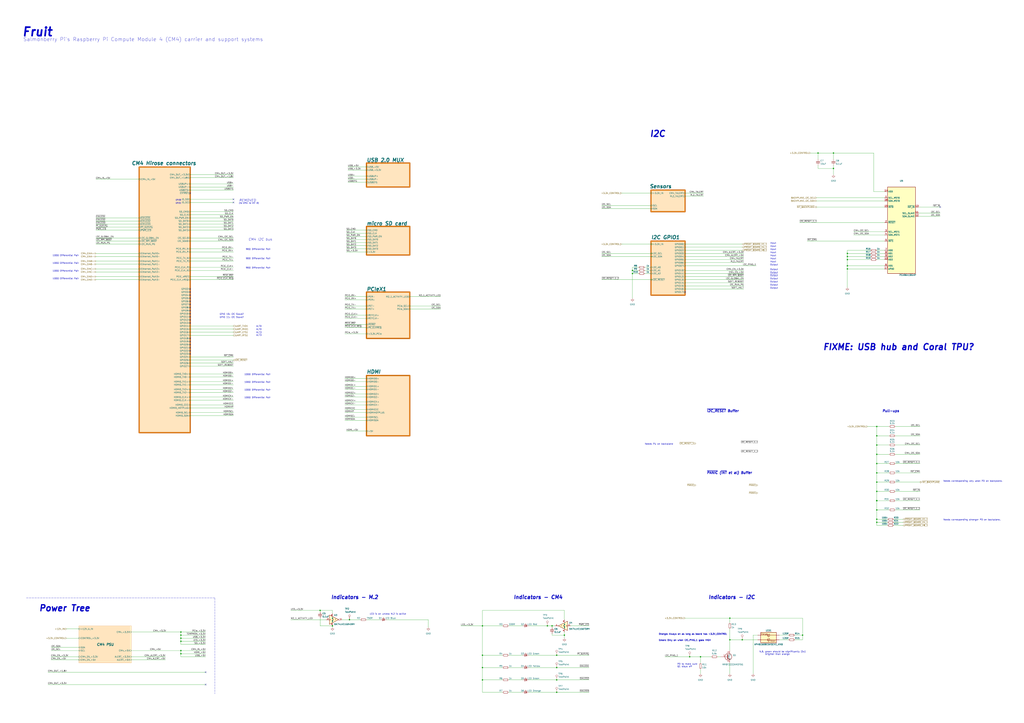
<source format=kicad_sch>
(kicad_sch (version 20211123) (generator eeschema)
  (paper "A1")
  (title_block (title "Raspberry Pi Compute Module 4") (date "2022-01-12") (rev "4") (company "Copyright © 2022 Christian Kuhtz") (comment 2 "CERN-OHL-W v2 or later"))
  (junction (at 148.59 537.21) (diameter 0.9144))
  (junction (at 684.53 125.73))
  (junction (at 463.55 521.97))
  (junction (at 396.24 548.64))
  (junction (at 566.42 539.75))
  (junction (at 575.31 539.75))
  (junction (at 148.59 519.43) (diameter 0.9144))
  (junction (at 453.39 514.35))
  (junction (at 396.24 558.8))
  (junction (at 148.59 534.67) (diameter 0.9144))
  (junction (at 720.09 381))
  (junction (at 287.02 509.27))
  (junction (at 457.2 548.64))
  (junction (at 720.09 396.24))
  (junction (at 720.09 358.14))
  (junction (at 695.96 213.36))
  (junction (at 695.96 208.28))
  (junction (at 720.09 419.1))
  (junction (at 695.96 218.44))
  (junction (at 599.44 525.78))
  (junction (at 720.09 411.4559))
  (junction (at 720.09 411.48))
  (junction (at 148.59 527.05))
  (junction (at 519.43 222.25))
  (junction (at 449.58 514.35))
  (junction (at 396.24 514.35))
  (junction (at 720.09 429.26))
  (junction (at 695.96 220.98))
  (junction (at 720.09 365.76))
  (junction (at 599.44 508))
  (junction (at 262.89 501.65))
  (junction (at 695.96 210.82))
  (junction (at 609.6 525.78))
  (junction (at 671.83 125.73))
  (junction (at 457.2 558.8))
  (junction (at 659.13 521.97))
  (junction (at 720.09 426.72))
  (junction (at 273.05 514.35))
  (junction (at 519.43 224.79))
  (junction (at 720.09 350.52))
  (junction (at 457.2 568.96))
  (junction (at 720.09 403.86))
  (junction (at 720.09 388.62))
  (junction (at 148.59 524.51) (diameter 0.9144))
  (junction (at 148.59 521.97) (diameter 0.9144))
  (junction (at 720.09 373.38))
  (junction (at 684.53 138.43))
  (junction (at 457.2 538.48))
  (junction (at 396.24 538.48))
  (no_connect (at 772.16 170.18))
  (no_connect (at 562.61 240.03))
  (no_connect (at 156.21 240.03))
  (no_connect (at 156.21 237.49))
  (no_connect (at 156.21 288.29))
  (no_connect (at 156.21 285.75))
  (no_connect (at 156.21 247.65))
  (no_connect (at 168.91 562.61))
  (no_connect (at 156.21 260.35))
  (no_connect (at 156.21 252.73))
  (no_connect (at 156.21 245.11))
  (no_connect (at 156.21 242.57))
  (no_connect (at 156.21 290.83))
  (no_connect (at 156.21 278.13))
  (no_connect (at 156.21 265.43))
  (no_connect (at 156.21 262.89))
  (no_connect (at 191.77 166.37))
  (no_connect (at 191.77 163.83))
  (no_connect (at 156.21 158.75))
  (no_connect (at 156.21 250.19))
  (no_connect (at 156.21 280.67))
  (no_connect (at 156.21 257.81))
  (no_connect (at 156.21 283.21))
  (no_connect (at 156.21 255.27))
  (no_connect (at 168.91 552.45))
  (wire (pts (xy 735.33 358.14) (xy 755.65 358.14)))
  (wire (pts (xy 148.59 521.97) (xy 148.59 524.51)))
  (wire (pts (xy 238.76 509.27) (xy 267.97 509.27)))
  (wire (pts (xy 730.25 350.52) (xy 720.09 350.52)))
  (wire (pts (xy 156.21 309.88) (xy 191.77 309.88)))
  (wire (pts (xy 156.21 335.28) (xy 191.77 335.28)))
  (wire (pts (xy 284.48 191.77) (xy 300.99 191.77)))
  (wire (pts (xy 287.02 509.27) (xy 295.91 509.27)))
  (wire (pts (xy 148.59 537.21) (xy 168.91 537.21)))
  (wire (pts (xy 599.44 508) (xy 562.61 508)))
  (wire (pts (xy 412.75 538.48) (xy 396.24 538.48)))
  (wire (pts (xy 41.91 532.13) (xy 64.77 532.13)))
  (wire (pts (xy 429.26 568.96) (xy 417.83 568.96)))
  (wire (pts (xy 434.34 568.96) (xy 457.2 568.96)))
  (wire (pts (xy 262.89 501.65) (xy 273.05 501.65)))
  (wire (pts (xy 262.89 514.35) (xy 273.05 514.35)))
  (wire (pts (xy 300.99 354.33) (xy 284.48 354.33)))
  (wire (pts (xy 715.01 208.28) (xy 695.96 208.28)))
  (wire (pts (xy 610.87 222.25) (xy 562.61 222.25)))
  (wire (pts (xy 659.13 521.97) (xy 659.13 508)))
  (wire (pts (xy 720.09 396.24) (xy 720.09 403.86)))
  (wire (pts (xy 156.21 316.23) (xy 191.77 316.23)))
  (wire (pts (xy 610.87 213.36) (xy 562.61 213.36)))
  (wire (pts (xy 735.33 388.62) (xy 755.65 388.62)))
  (wire (pts (xy 78.74 189.23) (xy 114.3 189.23)))
  (wire (pts (xy 726.44 210.82) (xy 720.09 210.82)))
  (wire (pts (xy 168.91 539.75) (xy 148.59 539.75)))
  (wire (pts (xy 78.74 214.63) (xy 114.3 214.63)))
  (wire (pts (xy 618.49 521.97) (xy 618.49 553.72)))
  (wire (pts (xy 191.77 195.58) (xy 156.21 195.58)))
  (wire (pts (xy 300.99 259.08) (xy 283.21 259.08)))
  (wire (pts (xy 148.59 524.51) (xy 168.91 524.51)))
  (wire (pts (xy 695.96 205.74) (xy 695.96 208.28)))
  (wire (pts (xy 670.56 165.1) (xy 726.44 165.1)))
  (wire (pts (xy 684.53 138.43) (xy 671.83 138.43)))
  (wire (pts (xy 284.48 194.31) (xy 300.99 194.31)))
  (wire (pts (xy 695.96 210.82) (xy 695.96 213.36)))
  (wire (pts (xy 453.39 514.35) (xy 453.39 515.62)))
  (wire (pts (xy 670.56 170.18) (xy 726.44 170.18)))
  (wire (pts (xy 524.51 222.25) (xy 519.43 222.25)))
  (wire (pts (xy 41.91 539.75) (xy 64.77 539.75)))
  (wire (pts (xy 562.61 237.49) (xy 610.87 237.49)))
  (wire (pts (xy 107.95 539.75) (xy 135.89 539.75)))
  (wire (pts (xy 529.59 219.71) (xy 534.67 219.71)))
  (wire (pts (xy 148.59 534.67) (xy 148.59 537.21)))
  (wire (pts (xy 156.21 313.69) (xy 191.77 313.69)))
  (wire (pts (xy 494.03 171.45) (xy 534.67 171.45)))
  (wire (pts (xy 720.09 381) (xy 720.09 388.62)))
  (wire (pts (xy 262.89 501.65) (xy 262.89 502.92)))
  (wire (pts (xy 156.21 212.09) (xy 191.77 212.09)))
  (wire (pts (xy 300.99 326.39) (xy 283.21 326.39)))
  (wire (pts (xy 610.87 215.9) (xy 562.61 215.9)))
  (wire (pts (xy 519.43 222.25) (xy 519.43 224.79)))
  (wire (pts (xy 720.09 365.76) (xy 720.09 373.38)))
  (wire (pts (xy 317.5 509.27) (xy 351.79 509.27)))
  (wire (pts (xy 684.53 138.43) (xy 684.53 143.51)))
  (wire (pts (xy 107.95 519.43) (xy 148.59 519.43)))
  (wire (pts (xy 726.44 220.98) (xy 695.96 220.98)))
  (wire (pts (xy 717.55 125.73) (xy 684.53 125.73)))
  (wire (pts (xy 284.48 199.39) (xy 300.99 199.39)))
  (wire (pts (xy 735.33 411.48) (xy 755.65 411.48)))
  (wire (pts (xy 336.55 254) (xy 361.95 254)))
  (wire (pts (xy 546.1 539.75) (xy 566.42 539.75)))
  (wire (pts (xy 453.39 514.35) (xy 449.58 514.35)))
  (wire (pts (xy 300.99 509.27) (xy 312.42 509.27)))
  (wire (pts (xy 621.03 218.44) (xy 562.61 218.44)))
  (wire (pts (xy 148.59 534.67) (xy 168.91 534.67)))
  (wire (pts (xy 494.03 210.82) (xy 535.94 210.82)))
  (wire (pts (xy 284.48 189.23) (xy 300.99 189.23)))
  (wire (pts (xy 695.96 218.44) (xy 726.44 218.44)))
  (wire (pts (xy 741.68 431.8) (xy 734.06 431.8)))
  (wire (pts (xy 300.99 317.5) (xy 283.21 317.5)))
  (wire (pts (xy 300.99 274.32) (xy 283.21 274.32)))
  (wire (pts (xy 659.13 521.97) (xy 652.78 521.97)))
  (wire (pts (xy 156.21 153.67) (xy 191.77 153.67)))
  (wire (pts (xy 156.21 328.93) (xy 191.77 328.93)))
  (wire (pts (xy 300.99 313.69) (xy 283.21 313.69)))
  (wire (pts (xy 156.21 307.34) (xy 191.77 307.34)))
  (wire (pts (xy 728.98 429.26) (xy 720.09 429.26)))
  (wire (pts (xy 191.77 293.37) (xy 156.21 293.37)))
  (wire (pts (xy 457.2 548.64) (xy 483.87 548.64)))
  (wire (pts (xy 156.21 267.97) (xy 191.77 267.97)))
  (wire (pts (xy 412.75 514.35) (xy 396.24 514.35)))
  (wire (pts (xy 720.09 388.62) (xy 730.25 388.62)))
  (wire (pts (xy 64.77 516.89) (xy 54.61 516.89)))
  (wire (pts (xy 78.74 223.52) (xy 114.3 223.52)))
  (wire (pts (xy 577.85 158.75) (xy 562.61 158.75)))
  (wire (pts (xy 453.39 521.97) (xy 463.55 521.97)))
  (wire (pts (xy 457.2 568.96) (xy 483.87 568.96)))
  (wire (pts (xy 720.09 411.4559) (xy 720.09 411.48)))
  (wire (pts (xy 735.33 350.52) (xy 755.65 350.52)))
  (wire (pts (xy 728.98 431.8) (xy 720.09 431.8)))
  (wire (pts (xy 156.21 207.01) (xy 191.77 207.01)))
  (wire (pts (xy 396.24 558.8) (xy 396.24 568.96)))
  (wire (pts (xy 396.24 548.64) (xy 396.24 558.8)))
  (wire (pts (xy 730.25 373.38) (xy 720.09 373.38)))
  (wire (pts (xy 78.74 186.69) (xy 114.3 186.69)))
  (wire (pts (xy 483.87 514.35) (xy 468.63 514.35)))
  (wire (pts (xy 457.2 538.48) (xy 434.34 538.48)))
  (wire (pts (xy 562.61 234.95) (xy 610.87 234.95)))
  (wire (pts (xy 720.09 426.72) (xy 720.09 429.26)))
  (wire (pts (xy 285.75 137.16) (xy 300.99 137.16)))
  (wire (pts (xy 156.21 341.63) (xy 191.77 341.63)))
  (wire (pts (xy 519.43 224.79) (xy 519.43 245.11)))
  (wire (pts (xy 715.01 210.82) (xy 695.96 210.82)))
  (wire (pts (xy 107.95 542.29) (xy 135.89 542.29)))
  (wire (pts (xy 665.48 125.73) (xy 671.83 125.73)))
  (wire (pts (xy 728.98 426.72) (xy 720.09 426.72)))
  (wire (pts (xy 720.09 411.48) (xy 730.25 411.48)))
  (wire (pts (xy 284.48 207.01) (xy 300.99 207.01)))
  (wire (pts (xy 730.25 365.76) (xy 720.09 365.76)))
  (wire (pts (xy 191.77 295.91) (xy 156.21 295.91)))
  (wire (pts (xy 434.34 548.64) (xy 457.2 548.64)))
  (wire (pts (xy 670.56 162.56) (xy 726.44 162.56)))
  (wire (pts (xy 741.68 426.72) (xy 734.06 426.72)))
  (wire (pts (xy 695.96 218.44) (xy 695.96 220.98)))
  (wire (pts (xy 156.21 222.25) (xy 191.77 222.25)))
  (wire (pts (xy 712.47 350.52) (xy 720.09 350.52)))
  (wire (pts (xy 191.77 184.15) (xy 156.21 184.15)))
  (wire (pts (xy 562.61 200.66) (xy 609.6 200.66)))
  (wire (pts (xy 562.61 205.74) (xy 609.6 205.74)))
  (wire (pts (xy 78.74 229.87) (xy 114.3 229.87)))
  (wire (pts (xy 396.24 558.8) (xy 412.75 558.8)))
  (wire (pts (xy 78.74 195.58) (xy 114.3 195.58)))
  (wire (pts (xy 659.13 525.78) (xy 659.13 521.97)))
  (wire (pts (xy 285.75 144.78) (xy 300.99 144.78)))
  (wire (pts (xy 156.21 320.04) (xy 191.77 320.04)))
  (wire (pts (xy 735.33 396.24) (xy 755.65 396.24)))
  (wire (pts (xy 575.31 549.91) (xy 575.31 553.72)))
  (wire (pts (xy 720.09 373.38) (xy 720.09 381)))
  (wire (pts (xy 191.77 189.23) (xy 156.21 189.23)))
  (wire (pts (xy 156.21 300.99) (xy 191.77 300.99)))
  (wire (pts (xy 717.55 157.48) (xy 717.55 125.73)))
  (wire (pts (xy 524.51 224.79) (xy 519.43 224.79)))
  (wire (pts (xy 148.59 521.97) (xy 148.59 519.43)))
  (wire (pts (xy 652.78 525.78) (xy 659.13 525.78)))
  (wire (pts (xy 78.74 181.61) (xy 114.3 181.61)))
  (wire (pts (xy 463.55 524.51) (xy 463.55 521.97)))
  (wire (pts (xy 191.77 273.05) (xy 156.21 273.05)))
  (wire (pts (xy 741.68 429.26) (xy 734.06 429.26)))
  (wire (pts (xy 417.83 558.8) (xy 429.26 558.8)))
  (wire (pts (xy 78.74 208.28) (xy 114.3 208.28)))
  (wire (pts (xy 494.03 208.28) (xy 535.94 208.28)))
  (wire (pts (xy 156.21 156.21) (xy 191.77 156.21)))
  (wire (pts (xy 457.2 558.8) (xy 483.87 558.8)))
  (wire (pts (xy 599.44 508) (xy 599.44 511.81)))
  (wire (pts (xy 599.44 525.78) (xy 609.6 525.78)))
  (polyline (pts (xy 21.59 491.49) (xy 176.53 491.49)) (stroke (width 0) (type dash)))
  (wire (pts (xy 78.74 210.82) (xy 114.3 210.82)))
  (wire (pts (xy 735.33 403.86) (xy 755.65 403.86)))
  (wire (pts (xy 78.74 220.98) (xy 114.3 220.98)))
  (wire (pts (xy 273.05 514.35) (xy 273.05 515.62)))
  (wire (pts (xy 78.74 179.07) (xy 114.3 179.07)))
  (wire (pts (xy 156.21 326.39) (xy 191.77 326.39)))
  (wire (pts (xy 285.75 139.7) (xy 300.99 139.7)))
  (wire (pts (xy 610.87 208.28) (xy 562.61 208.28)))
  (wire (pts (xy 455.93 514.35) (xy 453.39 514.35)))
  (wire (pts (xy 148.59 524.51) (xy 148.59 527.05)))
  (wire (pts (xy 148.59 527.05) (xy 168.91 527.05)))
  (wire (pts (xy 107.95 534.67) (xy 148.59 534.67)))
  (wire (pts (xy 720.09 350.52) (xy 720.09 358.14)))
  (wire (pts (xy 156.21 151.13) (xy 191.77 151.13)))
  (wire (pts (xy 671.83 138.43) (xy 671.83 135.89)))
  (wire (pts (xy 78.74 198.12) (xy 114.3 198.12)))
  (wire (pts (xy 262.89 508) (xy 262.89 514.35)))
  (wire (pts (xy 148.59 539.75) (xy 148.59 537.21)))
  (wire (pts (xy 300.99 246.38) (xy 283.21 246.38)))
  (wire (pts (xy 273.05 504.19) (xy 273.05 501.65)))
  (wire (pts (xy 720.09 388.62) (xy 720.09 396.24)))
  (wire (pts (xy 300.99 251.46) (xy 283.21 251.46)))
  (wire (pts (xy 300.99 336.55) (xy 283.21 336.55)))
  (wire (pts (xy 720.09 419.1) (xy 720.09 426.72)))
  (wire (pts (xy 610.87 224.79) (xy 562.61 224.79)))
  (wire (pts (xy 156.21 298.45) (xy 191.77 298.45)))
  (wire (pts (xy 156.21 219.71) (xy 191.77 219.71)))
  (wire (pts (xy 300.99 345.44) (xy 283.21 345.44)))
  (wire (pts (xy 156.21 229.87) (xy 191.77 229.87)))
  (wire (pts (xy 717.55 157.48) (xy 726.44 157.48)))
  (wire (pts (xy 156.21 227.33) (xy 191.77 227.33)))
  (wire (pts (xy 735.33 419.1) (xy 755.65 419.1)))
  (wire (pts (xy 300.99 261.62) (xy 283.21 261.62)))
  (wire (pts (xy 191.77 163.83) (xy 156.21 163.83)))
  (polyline (pts (xy 176.53 491.49) (xy 176.53 570.23)) (stroke (width 0) (type dash)))
  (wire (pts (xy 720.09 358.14) (xy 720.09 365.76)))
  (wire (pts (xy 396.24 514.35) (xy 396.24 538.48)))
  (wire (pts (xy 300.99 320.04) (xy 283.21 320.04)))
  (wire (pts (xy 429.26 514.35) (xy 417.83 514.35)))
  (wire (pts (xy 284.48 196.85) (xy 300.99 196.85)))
  (wire (pts (xy 599.44 525.78) (xy 599.44 534.67)))
  (wire (pts (xy 351.79 509.27) (xy 351.79 515.62)))
  (wire (pts (xy 589.28 539.75) (xy 591.82 539.75)))
  (wire (pts (xy 720.09 403.86) (xy 730.25 403.86)))
  (wire (pts (xy 656.59 182.88) (xy 726.44 182.88)))
  (wire (pts (xy 78.74 217.17) (xy 114.3 217.17)))
  (wire (pts (xy 575.31 539.75) (xy 584.2 539.75)))
  (wire (pts (xy 156.21 322.58) (xy 191.77 322.58)))
  (wire (pts (xy 562.61 232.41) (xy 610.87 232.41)))
  (wire (pts (xy 494.03 168.91) (xy 534.67 168.91)))
  (wire (pts (xy 599.44 508) (xy 659.13 508)))
  (wire (pts (xy 730.25 358.14) (xy 720.09 358.14)))
  (wire (pts (xy 754.38 170.18) (xy 772.16 170.18)))
  (wire (pts (xy 754.38 175.26) (xy 772.16 175.26)))
  (wire (pts (xy 300.99 266.7) (xy 283.21 266.7)))
  (wire (pts (xy 640.08 521.97) (xy 647.7 521.97)))
  (wire (pts (xy 191.77 275.59) (xy 156.21 275.59)))
  (wire (pts (xy 191.77 173.99) (xy 156.21 173.99)))
  (wire (pts (xy 300.99 330.2) (xy 283.21 330.2)))
  (wire (pts (xy 566.42 539.75) (xy 575.31 539.75)))
  (wire (pts (xy 726.44 213.36) (xy 720.09 213.36)))
  (wire (pts (xy 622.3 521.97) (xy 618.49 521.97)))
  (wire (pts (xy 720.09 429.26) (xy 720.09 431.8)))
  (wire (pts (xy 41.91 534.67) (xy 64.77 534.67)))
  (wire (pts (xy 39.37 552.45) (xy 168.91 552.45)))
  (wire (pts (xy 575.31 539.75) (xy 575.31 544.83)))
  (wire (pts (xy 156.21 270.51) (xy 191.77 270.51)))
  (wire (pts (xy 701.04 193.04) (xy 726.44 193.04)))
  (wire (pts (xy 280.67 509.27) (xy 287.02 509.27)))
  (wire (pts (xy 562.61 203.2) (xy 609.6 203.2)))
  (wire (pts (xy 64.77 524.51) (xy 54.61 524.51)))
  (wire (pts (xy 720.09 403.86) (xy 720.09 411.4559)))
  (wire (pts (xy 284.48 201.93) (xy 300.99 201.93)))
  (wire (pts (xy 735.33 381) (xy 755.65 381)))
  (wire (pts (xy 463.55 501.65) (xy 463.55 509.27)))
  (wire (pts (xy 715.01 213.36) (xy 695.96 213.36)))
  (wire (pts (xy 168.91 521.97) (xy 148.59 521.97)))
  (wire (pts (xy 284.48 204.47) (xy 300.99 204.47)))
  (wire (pts (xy 378.46 514.35) (xy 396.24 514.35)))
  (wire (pts (xy 671.83 125.73) (xy 671.83 130.81)))
  (wire (pts (xy 463.55 521.97) (xy 463.55 519.43)))
  (wire (pts (xy 396.24 514.35) (xy 396.24 501.65)))
  (wire (pts (xy 156.21 339.09) (xy 191.77 339.09)))
  (wire (pts (xy 610.87 210.82) (xy 562.61 210.82)))
  (wire (pts (xy 300.99 323.85) (xy 283.21 323.85)))
  (wire (pts (xy 156.21 332.74) (xy 191.77 332.74)))
  (wire (pts (xy 671.83 125.73) (xy 684.53 125.73)))
  (wire (pts (xy 562.61 229.87) (xy 610.87 229.87)))
  (wire (pts (xy 754.38 177.8) (xy 772.16 177.8)))
  (wire (pts (xy 562.61 227.33) (xy 610.87 227.33)))
  (wire (pts (xy 720.09 419.1) (xy 730.25 419.1)))
  (wire (pts (xy 396.24 538.48) (xy 396.24 548.64)))
  (wire (pts (xy 599.44 544.83) (xy 599.44 553.72)))
  (wire (pts (xy 609.6 525.78) (xy 622.3 525.78)))
  (wire (pts (xy 41.91 542.29) (xy 64.77 542.29)))
  (wire (pts (xy 684.53 138.43) (xy 684.53 135.89)))
  (wire (pts (xy 453.39 520.7) (xy 453.39 521.97)))
  (wire (pts (xy 577.85 161.29) (xy 562.61 161.29)))
  (wire (pts (xy 191.77 186.69) (xy 156.21 186.69)))
  (wire (pts (xy 285.75 147.32) (xy 300.99 147.32)))
  (wire (pts (xy 701.04 190.5) (xy 726.44 190.5)))
  (wire (pts (xy 412.75 568.96) (xy 396.24 568.96)))
  (wire (pts (xy 510.54 200.66) (xy 535.94 200.66)))
  (wire (pts (xy 285.75 149.86) (xy 300.99 149.86)))
  (wire (pts (xy 434.34 558.8) (xy 457.2 558.8)))
  (wire (pts (xy 336.55 251.46) (xy 361.95 251.46)))
  (wire (pts (xy 156.21 146.05) (xy 191.77 146.05)))
  (wire (pts (xy 300.99 243.84) (xy 283.21 243.84)))
  (wire (pts (xy 524.51 219.71) (xy 519.43 219.71)))
  (wire (pts (xy 529.59 224.79) (xy 534.67 224.79)))
  (wire (pts (xy 429.26 538.48) (xy 417.83 538.48)))
  (wire (pts (xy 78.74 200.66) (xy 114.3 200.66)))
  (wire (pts (xy 529.59 222.25) (xy 534.67 222.25)))
  (wire (pts (xy 640.08 525.78) (xy 647.7 525.78)))
  (wire (pts (xy 300.99 311.15) (xy 283.21 311.15)))
  (wire (pts (xy 191.77 179.07) (xy 156.21 179.07)))
  (wire (pts (xy 114.3 147.32) (xy 78.74 147.32)))
  (wire (pts (xy 429.26 548.64) (xy 417.83 548.64)))
  (wire (pts (xy 695.96 220.98) (xy 695.96 236.22)))
  (wire (pts (xy 148.59 519.43) (xy 168.91 519.43)))
  (wire (pts (xy 191.77 181.61) (xy 156.21 181.61)))
  (wire (pts (xy 39.37 562.61) (xy 168.91 562.61)))
  (wire (pts (xy 300.99 269.24) (xy 283.21 269.24)))
  (wire (pts (xy 336.55 243.84) (xy 361.95 243.84)))
  (wire (pts (xy 494.03 229.87) (xy 535.94 229.87)))
  (wire (pts (xy 300.99 342.9) (xy 283.21 342.9)))
  (wire (pts (xy 720.09 396.24) (xy 730.25 396.24)))
  (wire (pts (xy 434.34 514.35) (xy 449.58 514.35)))
  (wire (pts (xy 156.21 143.51) (xy 191.77 143.51)))
  (wire (pts (xy 300.99 339.09) (xy 283.21 339.09)))
  (wire (pts (xy 735.33 365.76) (xy 755.65 365.76)))
  (wire (pts (xy 519.43 219.71) (xy 519.43 222.25)))
  (wire (pts (xy 191.77 176.53) (xy 156.21 176.53)))
  (wire (pts (xy 300.99 332.74) (xy 283.21 332.74)))
  (wire (pts (xy 78.74 227.33) (xy 114.3 227.33)))
  (wire (pts (xy 510.54 158.75) (xy 534.67 158.75)))
  (wire (pts (xy 156.21 204.47) (xy 191.77 204.47)))
  (wire (pts (xy 684.53 130.81) (xy 684.53 125.73)))
  (wire (pts (xy 695.96 208.28) (xy 695.96 210.82)))
  (wire (pts (xy 715.01 205.74) (xy 695.96 205.74)))
  (wire (pts (xy 662.94 198.12) (xy 726.44 198.12)))
  (wire (pts (xy 191.77 198.12) (xy 156.21 198.12)))
  (wire (pts (xy 735.33 373.38) (xy 755.65 373.38)))
  (wire (pts (xy 720.09 381) (xy 730.25 381)))
  (wire (pts (xy 726.44 205.74) (xy 720.09 205.74)))
  (wire (pts (xy 156.21 214.63) (xy 191.77 214.63)))
  (wire (pts (xy 726.44 208.28) (xy 720.09 208.28)))
  (wire (pts (xy 720.09 411.48) (xy 720.09 419.1)))
  (wire (pts (xy 599.44 516.89) (xy 599.44 525.78)))
  (wire (pts (xy 483.87 538.48) (xy 457.2 538.48)))
  (wire (pts (xy 148.59 529.59) (xy 148.59 527.05)))
  (wire (pts (xy 168.91 529.59) (xy 148.59 529.59)))
  (wire (pts (xy 695.96 213.36) (xy 695.96 218.44)))
  (wire (pts (xy 78.74 184.15) (xy 114.3 184.15)))
  (wire (pts (xy 300.99 254) (xy 283.21 254)))
  (wire (pts (xy 396.24 501.65) (xy 463.55 501.65)))
  (wire (pts (xy 238.76 501.65) (xy 262.89 501.65)))
  (wire (pts (xy 191.77 166.37) (xy 156.21 166.37)))
  (wire (pts (xy 412.75 548.64) (xy 396.24 548.64)))
  (text "I2C" (at 533.4 113.03 0) (effects (font (size 5 5) (thickness 1) bold italic) (justify left bottom)))
  (text "Output" (at 632.46 224.79 0) (effects (font (size 1.27 1.27)) (justify left bottom)))
  (text "100Ω Differential Pair" (at 64.77 210.82 180) (effects (font (size 1.27 1.27)) (justify right bottom)))
  (text "~{Output}" (at 632.46 227.33 0) (effects (font (size 1.27 1.27)) (justify left bottom)))
  (text "Orange: Always on as long as board has +3.3V_CONTROL" (at 541.02 521.97 0) (effects (font (size 1.27 1.27) (thickness 0.254) bold) (justify left bottom)))
  (text "90Ω Differential Pair" (at 222.25 220.98 180) (effects (font (size 1.27 1.27)) (justify right bottom)))
  (text "(no GPIO, no HAT ID)" (at 212.598 167.64 180) (effects (font (size 1 1) italic) (justify right bottom)))
  (text "Indicators - I2C" (at 581.66 492.76 0) (effects (font (size 3 3) (thickness 0.6) bold italic) (justify left bottom)))
  (text "ALT0" (at 214.884 271.526 180) (effects (font (size 1.27 1.27)) (justify right bottom)))
  (text "100Ω Differential Pair" (at 64.77 217.17 180) (effects (font (size 1.27 1.27)) (justify right bottom)))
  (text "Input" (at 632.46 208.28 0) (effects (font (size 1.27 1.27)) (justify left bottom)))
  (text "Input" (at 632.46 213.36 0) (effects (font (size 1.27 1.27)) (justify left bottom)))
  (text "Input" (at 632.46 210.82 0) (effects (font (size 1.27 1.27)) (justify left bottom)))
  (text "100Ω Differential Pair" (at 222.25 327.66 180) (effects (font (size 1.27 1.27)) (justify right bottom)))
  (text "GPIO 10: I2C Slave?" (at 180.34 259.08 0) (effects (font (size 1.27 1.27)) (justify left bottom)))
  (text "REMOVED" (at 210.312 165.989 180) (effects (font (size 2 2) italic) (justify right bottom)))
  (text "Needs PU on backplane" (at 529.59 365.76 0) (effects (font (size 1.27 1.27)) (justify left bottom)))
  (text "90Ω Differential Pair" (at 222.25 213.36 180) (effects (font (size 1.27 1.27)) (justify right bottom)))
  (text "Input" (at 632.46 215.9 0) (effects (font (size 1.27 1.27)) (justify left bottom)))
  (text "~{PANIC} (~{INT} et al) Buffer" (at 580.39 389.89 0) (effects (font (size 2 2) (thickness 0.4) bold italic) (justify left bottom)))
  (text "100Ω Differential Pair" (at 222.25 308.61 180) (effects (font (size 1.27 1.27)) (justify right bottom)))
  (text "ALT3" (at 214.884 274.066 180) (effects (font (size 1.27 1.27)) (justify right bottom)))
  (text "Output" (at 632.46 237.49 0) (effects (font (size 1.27 1.27)) (justify left bottom)))
  (text "~{I2C_RESET} Buffer" (at 580.39 339.09 0) (effects (font (size 2 2) (thickness 0.4) bold italic) (justify left bottom)))
  (text "Output" (at 632.46 222.25 0) (effects (font (size 1.27 1.27)) (justify left bottom)))
  (text "PD to make sure\nQ1 stays off" (at 556.26 548.64 0) (effects (font (size 1.27 1.27)) (justify left bottom)))
  (text "Input" (at 632.46 205.74 0) (effects (font (size 1.27 1.27)) (justify left bottom)))
  (text "Input" (at 632.46 200.66 0) (effects (font (size 1.27 1.27)) (justify left bottom)))
  (text "Pull-ups" (at 724.535 339.09 0) (effects (font (size 2 2) (thickness 0.4) bold italic) (justify left bottom)))
  (text "N.B. green should be significantly (5x)\n     brighter than orange" (at 623.57 538.48 0) (effects (font (size 1.27 1.27)) (justify left bottom)))
  (text "Indicators - CM4" (at 421.64 492.76 0) (effects (font (size 3 3) (thickness 0.6) bold italic) (justify left bottom)))
  (text "Salmonberry Pi's Raspberry Pi Compute Module 4 (CM4) carrier and support systems" (at 19.05 34.29 0) (effects (font (size 3 3)) (justify left bottom)))
  (text "FIXME: USB hub and Coral TPU?" (at 675.64 288.29 0) (effects (font (size 5 5) (thickness 1) bold italic) (justify left bottom)))
  (text "Input" (at 632.46 203.2 0) (effects (font (size 1.27 1.27)) (justify left bottom)))
  (text "Needs corresponding very weak PD on backplane." (at 774.7 396.24 0) (effects (font (size 1.27 1.27)) (justify left bottom)))
  (text "Green: Only on when I2C_PING_1 goes HIGH" (at 541.02 527.05 0) (effects (font (size 1.27 1.27) (thickness 0.254) bold) (justify left bottom)))
  (text "ALT3" (at 214.884 276.352 180) (effects (font (size 1.27 1.27)) (justify right bottom)))
  (text "Output" (at 632.46 234.95 0) (effects (font (size 1.27 1.27)) (justify left bottom)))
  (text "100Ω Differential Pair" (at 222.25 314.96 180) (effects (font (size 1.27 1.27)) (justify right bottom)))
  (text "GPIO 11: I2C Slave?" (at 180.34 261.62 0) (effects (font (size 1.27 1.27)) (justify left bottom)))
  (text "Output" (at 632.46 232.41 0) (effects (font (size 1.27 1.27)) (justify left bottom)))
  (text "Needs corresponding stronger PD on backplane." (at 774.7 427.99 0) (effects (font (size 1.27 1.27)) (justify left bottom)))
  (text "Fruit" (at 17.78 30.48 0) (effects (font (size 7 7) (thickness 1.4) bold italic) (justify left bottom)))
  (text "Output" (at 632.46 218.44 0) (effects (font (size 1.27 1.27)) (justify left bottom)))
  (text "GPIO1" (at 148.844 167.64 180) (effects (font (size 1 1) italic) (justify right bottom)))
  (text "100Ω Differential Pair" (at 222.25 321.31 180) (effects (font (size 1.27 1.27)) (justify right bottom)))
  (text "90Ω Differential Pair" (at 222.25 205.74 180) (effects (font (size 1.27 1.27)) (justify right bottom)))
  (text "100Ω Differential Pair" (at 64.77 223.52 180) (effects (font (size 1.27 1.27)) (justify right bottom)))
  (text "Indicators - M.2" (at 271.78 492.76 0) (effects (font (size 3 3) (thickness 0.6) bold italic) (justify left bottom)))
  (text "Power Tree" (at 31.75 502.92 0) (effects (font (size 5 5) (thickness 1) bold italic) (justify left bottom)))
  (text "Output" (at 632.46 229.87 0) (effects (font (size 1.27 1.27)) (justify left bottom)))
  (text "GPIO0" (at 148.844 165.1 180) (effects (font (size 1 1) italic) (justify right bottom)))
  (text "CM4 I2C bus" (at 223.52 198.12 180) (effects (font (size 2 2) italic) (justify right bottom)))
  (text "100Ω Differential Pair" (at 64.77 229.87 180) (effects (font (size 1.27 1.27)) (justify right bottom)))
  (text "LED is on unless M.2 is active" (at 303.53 505.46 0) (effects (font (size 1.27 1.27)) (justify left bottom)))
  (text "ALT0" (at 214.884 268.986 180) (effects (font (size 1.27 1.27)) (justify right bottom)))
  (label "CM4_+5V" (at 123.19 534.67 0))
  (label "SD_DAT3" (at 191.77 189.23 180))
  (label "SOFT_HALT" (at 191.77 298.45 180))
  (label "~{EthLED2}" (at 78.74 181.61 0))
  (label "LED_+3.3V" (at 168.91 527.05 180))
  (label "~{I2C_RESET_1_1}" (at 656.59 182.88 0))
  (label "~{INT_IN}" (at 755.65 403.86 180))
  (label "HDMID2+" (at 283.21 323.85 0))
  (label "USB_+3.3V" (at 168.91 524.51 180))
  (label "SD_PWR_ON" (at 191.77 179.07 180))
  (label "PCIE_CLK-" (at 283.21 261.62 0))
  (label "M.2_TALERT" (at 577.85 161.29 180))
  (label "PCIE_TX+" (at 191.77 214.63 180))
  (label "HDMICEC" (at 191.77 332.74 180))
  (label "HDMID2-" (at 283.21 326.39 0))
  (label "SD_CMD" (at 191.77 173.99 180))
  (label "SD_+3.3V" (at 284.48 207.01 0))
  (label "CM4_IN_+5V" (at 168.91 534.67 180))
  (label "HDMISDA" (at 283.21 345.44 0))
  (label "I2C_SDA" (at 494.03 171.45 0))
  (label "HDMID2+" (at 191.77 320.04 180))
  (label "USBOTG" (at 285.75 149.86 0))
  (label "I2C_SCL" (at 772.16 175.26 180))
  (label "SD_+3.3V" (at 168.91 529.59 180))
  (label "I2C_PING_1" (at 546.1 539.75 0))
  (label "CM4_IN_+5V" (at 78.74 147.32 0))
  (label "PCIE_RX+" (at 283.21 246.38 0))
  (label "CM4_ALERT_+5V" (at 610.87 210.82 180))
  (label "PCIE_CLK+" (at 283.21 259.08 0))
  (label "CM4_ALERT_+5V" (at 135.89 542.29 180))
  (label "CM4_OUT_+1.8V" (at 191.77 146.05 180))
  (label "I2C_SDA" (at 41.91 532.13 0))
  (label "SD_CLK" (at 191.77 176.53 180))
  (label "SOFT_REBOOT" (at 191.77 300.99 180))
  (label "~{PCIE_RST}" (at 191.77 227.33 180))
  (label "HDMISCL" (at 191.77 339.09 180))
  (label "HDMISCL" (at 283.21 342.9 0))
  (label "SD_DAT1" (at 284.48 199.39 0))
  (label "CM4_I2C_SCL" (at 701.04 190.5 0))
  (label "PCIE_RX-" (at 191.77 204.47 180))
  (label "I2C_SDA" (at 361.95 254 180))
  (label "~{PCIE_CLK_REQ}" (at 283.21 269.24 0))
  (label "~{I2C_RESET_1_1}" (at 608.33 364.49 0))
  (label "SD_CLK" (at 284.48 191.77 0))
  (label "PCIE_TX-" (at 283.21 251.46 0))
  (label "I2C_SDA" (at 755.65 358.14 180))
  (label "CM4_TALERT" (at 577.85 158.75 180))
  (label "HDMID0+" (at 283.21 311.15 0))
  (label "SD_DAT0" (at 284.48 196.85 0))
  (label "~{INT_IN}" (at 772.16 170.18 180))
  (label "HDMI_+5V" (at 168.91 537.21 180))
  (label "~{EthLED3}" (at 483.87 568.96 180))
  (label "CM4_I2C_SDA" (at 701.04 193.04 0))
  (label "I2C_GLOBAL_EN" (at 610.87 229.87 180))
  (label "PCIE_RX-" (at 283.21 243.84 0))
  (label "HDMICK+" (at 191.77 326.39 180))
  (label "HDMID1+" (at 191.77 313.69 180))
  (label "I2C_GLOBAL_EN" (at 78.74 195.58 0))
  (label "LED_+3.3V" (at 238.76 501.65 0))
  (label "SOFT_HALT" (at 610.87 237.49 180))
  (label "PCIE_TX+" (at 283.21 254 0))
  (label "~{I2C_RESET_1_1}" (at 755.65 411.48 180))
  (label "CM4_I2C_SDA" (at 191.77 198.12 180))
  (label "M2_1_ACTIVITY_LED" (at 238.76 509.27 0))
  (label "CM4_ALERT_+3.3V" (at 610.87 208.28 180))
  (label "HDMICK+" (at 283.21 330.2 0))
  (label "SOFT_REBOOT" (at 610.87 232.41 180))
  (label "CM4_EN_+3.3V" (at 610.87 222.25 180))
  (label "HDMID0-" (at 283.21 313.69 0))
  (label "SD_CMD" (at 284.48 189.23 0))
  (label "USB+" (at 285.75 144.78 0))
  (label "I2C_SCL" (at 41.91 534.67 0))
  (label "I2C_PING_1" (at 621.03 218.44 180))
  (label "TEMPMON_+3.3V" (at 168.91 521.97 180))
  (label "I2C_RUN_PG" (at 78.74 200.66 0))
  (label "~{PWR_LED}" (at 483.87 514.35 180))
  (label "~{INT_CM4}" (at 191.77 293.37 180))
  (label "SD_DAT1" (at 191.77 184.15 180))
  (label "CM4_EN_+5V" (at 41.91 542.29 0))
  (label "I2C_RUN_PG" (at 610.87 234.95 180))
  (label "HDMIHP" (at 283.21 339.09 0))
  (label "~{PI_Activity}" (at 78.74 186.69 0))
  (label "~{EthLED3}" (at 78.74 184.15 0))
  (label "HDMIHP" (at 191.77 335.28 180))
  (label "CM4_I2C_SCL" (at 755.65 365.76 180))
  (label "~{PCIE_CLK_REQ}" (at 191.77 229.87 180))
  (label "M2_1_ACTIVITY_LED" (at 361.95 243.84 180))
  (label "I2C_SCL" (at 361.95 251.46 180))
  (label "USBOTG" (at 191.77 156.21 180))
  (label "CM4_OUT_+3.3V" (at 191.77 143.51 180))
  (label "~{I2C_RESET_1_2}" (at 608.33 372.11 0))
  (label "CM4_+3.3V" (at 125.73 519.43 0))
  (label "CM4_TALERT" (at 610.87 213.36 180))
  (label "CM4_I2C_SCL" (at 191.77 195.58 180))
  (label "SD_PWR_ON" (at 284.48 194.31 0))
  (label "HDMICK-" (at 283.21 332.74 0))
  (label "PCIE_CLK-" (at 191.77 222.25 180))
  (label "SD_DAT0" (at 191.77 181.61 180))
  (label "HDMID0-" (at 191.77 309.88 180))
  (label "CM4_I2C_SDA" (at 755.65 373.38 180))
  (label "SD_DAT2" (at 284.48 201.93 0))
  (label "HDMICEC" (at 283.21 336.55 0))
  (label "HDMID1-" (at 191.77 316.23 180))
  (label "HDMICK-" (at 191.77 328.93 180))
  (label "CM4_EN_+5V" (at 610.87 224.79 180))
  (label "M.2_TALERT" (at 610.87 215.9 180))
  (label "SD_DAT3" (at 284.48 204.47 0))
  (label "I2C_SDA" (at 772.16 177.8 180))
  (label "PCIE_RX+" (at 191.77 207.01 180))
  (label "~{I2C_RESET_1_2}" (at 494.03 229.87 0))
  (label "HDMID1+" (at 283.21 317.5 0))
  (label "PCIE_CLK+" (at 191.77 219.71 180))
  (label "~{I2C_RPI_BOOT}" (at 78.74 198.12 0))
  (label "~{PI_Activity}" (at 483.87 538.48 180))
  (label "~{I2C_RPI_BOOT}" (at 610.87 227.33 180))
  (label "USB-" (at 191.77 153.67 180))
  (label "~{I2C_RESET_1_2}" (at 755.65 419.1 180))
  (label "SD_DAT2" (at 191.77 186.69 180))
  (label "I2C_SCL" (at 494.03 168.91 0))
  (label "USB_+5V" (at 285.75 137.16 0))
  (label "HDMID2-" (at 191.77 322.58 180))
  (label "I2C_SCL" (at 755.65 350.52 180))
  (label "CM4_ALERT_+3.3V" (at 135.89 539.75 180))
  (label "I2C_SDA" (at 494.03 210.82 0))
  (label "HDMI_+5V" (at 284.48 354.33 0))
  (label "CM4_EN_+3.3V" (at 41.91 539.75 0))
  (label "PCIe_+3.3V" (at 283.21 274.32 0))
  (label "I2C_SCL" (at 494.03 208.28 0))
  (label "HDMID0+" (at 191.77 307.34 180))
  (label "~{INT_CM4}" (at 662.94 198.12 0))
  (label "~{EthLED1}" (at 78.74 179.07 0))
  (label "~{PWR_LED}" (at 78.74 189.23 0))
  (label "HDMID1-" (at 283.21 320.04 0))
  (label "~{EthLED1}" (at 483.87 548.64 180))
  (label "USB_+3.3V" (at 285.75 139.7 0))
  (label "USB-" (at 285.75 147.32 0))
  (label "CM4_OUT_+3.3V" (at 39.37 562.61 0))
  (label "USB_+5V" (at 168.91 539.75 180))
  (label "PCIe_+3.3V" (at 168.91 519.43 180))
  (label "~{INT_CM4}" (at 755.65 388.62 180))
  (label "LED_+3.3V" (at 378.46 514.35 0))
  (label "PCIE_TX-" (at 191.77 212.09 180))
  (label "~{EthLED2}" (at 483.87 558.8 180))
  (label "HDMISDA" (at 191.77 341.63 180))
  (label "~{I2C_RESET_1_1}" (at 755.65 381 180))
  (label "CM4_OUT_+1.8V" (at 39.37 552.45 0))
  (label "USB+" (at 191.77 151.13 180))
  (label "~{PCIE_RST}" (at 283.21 266.7 0))
  (hierarchical_label "~{PANIC}" (shape input) (at 622.3 398.78 180))
  (hierarchical_label "~{PRSNT_BOARD_X8_1}" (shape input) (at 609.6 205.74 0))
  (hierarchical_label "~{PRSNT_BOARD_X1_1}" (shape input) (at 741.68 426.72 0))
  (hierarchical_label "+3.3V_CONTROL" (shape input) (at 54.61 524.51 180))
  (hierarchical_label "UART_RTS1" (shape passive) (at 191.77 275.59 0))
  (hierarchical_label "~{PANIC}" (shape input) (at 622.3 405.13 180))
  (hierarchical_label "+3.3V_CONTROL" (shape input) (at 510.54 200.66 180))
  (hierarchical_label "+12V_IN" (shape input) (at 54.61 516.89 180))
  (hierarchical_label "UART_CTS1" (shape passive) (at 191.77 273.05 0))
  (hierarchical_label "UART_RXD1" (shape passive) (at 191.77 270.51 0))
  (hierarchical_label "~{INT_BACKPLANE}" (shape output) (at 755.65 396.24 0))
  (hierarchical_label "CM4_EthC-" (shape bidirectional) (at 78.74 223.52 180))
  (hierarchical_label "~{I2C_RESET_1}" (shape input) (at 571.5 364.49 180))
  (hierarchical_label "BACKPLANE_I2C_SCL" (shape input) (at 670.56 162.56 180))
  (hierarchical_label "+3.3V_CONTROL" (shape input) (at 510.54 158.75 180))
  (hierarchical_label "~{INT_BACKPLANE}" (shape output) (at 670.56 170.18 180))
  (hierarchical_label "CM4_EthD+" (shape bidirectional) (at 78.74 227.33 180))
  (hierarchical_label "BACKPLANE_I2C_SDA" (shape bidirectional) (at 670.56 165.1 180))
  (hierarchical_label "+3.3V_CONTROL" (shape input) (at 562.61 508 180))
  (hierarchical_label "~{I2C_RESET}" (shape input) (at 191.77 295.91 0))
  (hierarchical_label "+3.3V_CONTROL" (shape input) (at 712.47 350.52 180))
  (hierarchical_label "CM4_EthB-" (shape bidirectional) (at 78.74 217.17 180))
  (hierarchical_label "~{PANIC}" (shape input) (at 571.5 398.78 180))
  (hierarchical_label "~{PRSNT_BOARD_X4_1}" (shape input) (at 741.68 429.26 0))
  (hierarchical_label "~{PRSNT_BOARD_X1_1}" (shape input) (at 609.6 200.66 0))
  (hierarchical_label "~{PRSNT_BOARD_X4_1}" (shape input) (at 609.6 203.2 0))
  (hierarchical_label "~{PRSNT_BOARD_X8_1}" (shape input) (at 741.68 431.8 0))
  (hierarchical_label "+3.3V_CONTROL" (shape input) (at 665.48 125.73 180))
  (hierarchical_label "CM4_EthA-" (shape bidirectional) (at 78.74 210.82 180))
  (hierarchical_label "CM4_EthA+" (shape bidirectional) (at 78.74 208.28 180))
  (hierarchical_label "UART_TXD1" (shape passive) (at 191.77 267.97 0))
  (hierarchical_label "CM4_EthC+" (shape bidirectional) (at 78.74 220.98 180))
  (hierarchical_label "CM4_EthB+" (shape bidirectional) (at 78.74 214.63 180))
  (hierarchical_label "CM4_EthD-" (shape bidirectional) (at 78.74 229.87 180))
  (symbol (lib_id "Device:R_Small") (at 415.29 558.8 90) (unit 1)
    (property "Reference" "R6" (at 412.75 557.53 90) (effects (justify left)))
    (property "Value" "1k" (at 417.83 557.53 90) (effects (justify right)))
    (property "Footprint" "Resistor_SMD:R_0402_1005Metric" (effects hide))
  )
  (symbol (lib_id "Device:R_Small") (at 717.55 213.36 90) (unit 1)
    (property "Reference" "R19" (at 715.01 212.09 90) (effects (justify left)))
    (property "Value" "1k" (at 720.09 212.09 90) (effects (justify right)))
    (property "Footprint" "Resistor_SMD:R_0402_1005Metric" (effects hide))
  )
  (symbol (lib_id "LED_SMD_LiteOn:LED Orange") (at 431.8 568.96 0) (mirror y) (unit 1)
    (property "Reference" "D6" (at 430.53 567.69 0) (effects (justify left)))
    (property "Value" "LED Orange" (at 433.07 567.69 0) (effects (justify right)))
    (property "Footprint" "LED_SMD_LiteOn:LED_0603_1608Metric_orange" (effects hide))
    (property "Manufacturer" "Lite-On" (effects hide))
    (property "MPN" "LTST-C193KFKT-5A" (effects hide))
  )
  (symbol (lib_id "Buffer_SMD_TI:SN74LVC1G07DRY") (at 463.55 514.35 0) (mirror y) (unit 1)
    (property "Reference" "U4" (at 467.36 511.81 0) (effects (justify right)))
    (property "Value" "SN74LVC1G07DRY" (at 467.36 516.89 0) (effects (justify right)))
    (property "Footprint" "Buffer_SMD_TI:PSON50P145X100X60-6N-DRY0006A" (effects hide))
    (property "Manufacturer " "TI" (effects hide))
    (property "MPN" "SN74LVC1G07DRY" (effects hide))
  )
  (symbol (lib_id "LED_SMD_LiteOn:LED Blue") (at 314.96 509.27 0) (mirror y) (unit 1)
    (property "Reference" "D1" (at 313.69 508 0) (effects (justify left)))
    (property "Value" "LED Blue" (at 316.23 508 0) (effects (justify right)))
    (property "Footprint" "LED_SMD_LiteOn:LED_0603_1608Metric_blue" (effects hide))
    (property "Manufacturer" "Lite-On" (effects hide))
    (property "MPN" "LTST-C193TBKT-5A" (effects hide))
  )
  (symbol (lib_id "Device:R_Small") (at 527.05 224.79 90) (unit 1)
    (property "Reference" "R10" (at 521.97 223.52 90))
    (property "Value" "1k" (at 532.13 223.52 90))
    (property "Footprint" "Resistor_SMD:R_0402_1005Metric" (effects hide))
  )
  (symbol (lib_id "Device:R_Small") (at 415.29 538.48 270) (mirror x) (unit 1)
    (property "Reference" "R4" (at 412.75 537.21 90) (effects (justify right)))
    (property "Value" "1k" (at 417.83 537.21 90) (effects (justify left)))
    (property "Footprint" "Resistor_SMD:R_0402_1005Metric" (effects hide))
  )
  (symbol (lib_id "Connector:TestPoint") (at 457.2 558.8 0) (unit 1)
    (property "Reference" "TP6" (at 458.47 553.72 0) (effects (justify left)))
    (property "Value" "TestPoint" (at 458.47 556.26 0) (effects (justify left)))
    (property "Footprint" "TestPoint:TestPoint_Pad_D1.0mm" (effects hide))
  )
  (symbol (lib_id "Connector:TestPoint") (at 457.2 548.64 0) (unit 1)
    (property "Reference" "TP5" (at 458.47 543.56 0) (effects (justify left)))
    (property "Value" "TestPoint" (at 458.47 546.1 0) (effects (justify left)))
    (property "Footprint" "TestPoint:TestPoint_Pad_D1.0mm" (effects hide))
  )
  (symbol (lib_id "Device:R_Small") (at 732.79 358.14 270) (mirror x) (unit 1)
    (property "Reference" "R24" (at 732.79 353.695 90))
    (property "Value" "5.1k" (at 732.79 355.6 90))
    (property "Footprint" "Resistor_SMD:R_0402_1005Metric" (effects hide))
  )
  (symbol (lib_id "Device:R_Small") (at 731.52 431.8 90) (mirror x) (unit 1)
    (property "Reference" "R22" (at 734.06 430.53 90) (effects (justify right)))
    (property "Value" "100k" (at 728.98 430.53 90) (effects (justify left)))
    (property "Footprint" "Resistor_SMD:R_0402_1005Metric" (effects hide))
  )
  (symbol (lib_id "power:GND") (at 351.79 515.62 0) (unit 1)
    (property "Reference" "#PWR07" (effects hide))
    (property "Value" "GND" (at 351.79 520.7 0))
  )
  (symbol (lib_id "Device:C_Small") (at 671.83 133.35 0) (unit 1)
    (property "Reference" "C7" (at 673.735 132.08 0) (effects (justify left)))
    (property "Value" "10uF" (at 673.735 134.62 0) (effects (justify left)))
    (property "Footprint" "Capacitor_SMD:C_0402_1005Metric" (effects hide))
  )
  (symbol (lib_id "Interface_I2C_NXP:PCA9641BSHP") (at 693.42 157.48 0) (unit 1)
    (property "Reference" "U5" (at 740.41 148.59 0))
    (property "Value" "PCA9641BSHP" (at 745.49 226.06 0))
    (property "Footprint" "Interface_I2C_NXP:SOT758-1_HVQFN-16_3x3mm_P0.5mm_EP1.75x1.75mm_NXP" (effects hide))
    (property "Manufacturer" "Nexperia" (effects hide))
    (property "MPN" "PCA9641BSHP" (effects hide))
  )
  (symbol (lib_id "power:GND") (at 519.43 245.11 0) (unit 1)
    (property "Reference" "#PWR09" (effects hide))
    (property "Value" "GND" (at 519.43 250.19 0))
  )
  (symbol (lib_id "Device:R_Small") (at 732.79 373.38 270) (mirror x) (unit 1)
    (property "Reference" "R26" (at 732.79 368.935 90))
    (property "Value" "5.1k" (at 732.79 370.84 90))
    (property "Footprint" "Resistor_SMD:R_0402_1005Metric" (effects hide))
  )
  (symbol (lib_id "Device:R_Small") (at 650.24 525.78 90) (unit 1)
    (property "Reference" "R15" (at 652.78 524.51 90) (effects (justify right)))
    (property "Value" "120R" (at 647.7 524.51 90) (effects (justify left)))
    (property "Footprint" "Resistor_SMD:R_0402_1005Metric" (effects hide))
  )
  (symbol (lib_id "Device:R_Small") (at 717.55 205.74 90) (unit 1)
    (property "Reference" "R16" (at 715.01 204.47 90) (effects (justify left)))
    (property "Value" "1k" (at 720.09 204.47 90) (effects (justify right)))
    (property "Footprint" "Resistor_SMD:R_0402_1005Metric" (effects hide))
  )
  (symbol (lib_id "power:GND") (at 463.55 524.51 0) (unit 1)
    (property "Reference" "#PWR08" (effects hide))
    (property "Value" "GND" (at 463.55 529.59 0))
  )
  (symbol (lib_id "LED_SMD_LiteOn:LED Red") (at 431.8 514.35 0) (mirror y) (unit 1)
    (property "Reference" "D2" (at 430.53 513.08 0) (effects (justify left)))
    (property "Value" "LED Red" (at 433.07 513.08 0) (effects (justify right)))
    (property "Footprint" "LED_SMD_LiteOn:LED_0603_1608Metric_red" (effects hide))
    (property "Manufacturer" "Lite-On" (effects hide))
    (property "MPN" "LTST-C193KRKT-5A" (effects hide))
  )
  (symbol (lib_id "power:GND") (at 575.31 553.72 0) (unit 1)
    (property "Reference" "#PWR010" (effects hide))
    (property "Value" "GND" (at 575.31 558.8 0))
  )
  (symbol (lib_id "LED_SMD_Kingbright:APHB1608CGKSEKC_KNB") (at 640.08 525.78 180) (unit 1)
    (property "Reference" "LED1" (at 631.19 518.16 0))
    (property "Value" "APHB1608CGKSEKC_KNB" (at 631.19 529.59 0))
    (property "Footprint" "LED_SMD_Kingbright:APHB1608CGKSEKC" (effects hide))
    (property "Manufacturer" "Kingbright" (effects hide))
    (property "MPN" "APHB1608CGKSEKC_KNB" (effects hide))
  )
  (symbol (lib_id "Device:R_Small") (at 732.79 350.52 270) (mirror x) (unit 1)
    (property "Reference" "R23" (at 732.79 346.075 90))
    (property "Value" "5.1k" (at 732.79 347.98 90))
    (property "Footprint" "Resistor_SMD:R_0402_1005Metric" (effects hide))
  )
  (symbol (lib_id "Device:R_Small") (at 732.79 381 270) (unit 1)
    (property "Reference" "R27" (at 730.25 379.73 90) (effects (justify right)))
    (property "Value" "10k" (at 735.33 379.73 90) (effects (justify left)))
    (property "Footprint" "Resistor_SMD:R_0402_1005Metric" (effects hide))
  )
  (symbol (lib_id "Device:R_Small") (at 599.44 514.35 0) (unit 1)
    (property "Reference" "R13" (at 600.71 513.08 0) (effects (justify left)))
    (property "Value" "1k" (at 600.71 515.62 0) (effects (justify left)))
    (property "Footprint" "Resistor_SMD:R_0402_1005Metric" (effects hide))
  )
  (symbol (lib_id "power:GND") (at 695.96 236.22 0) (unit 1)
    (property "Reference" "#PWR014" (effects hide))
    (property "Value" "GND" (at 695.96 241.3 0))
  )
  (symbol (lib_id "Device:C_Small") (at 684.53 133.35 0) (unit 1)
    (property "Reference" "C8" (at 686.435 132.08 0) (effects (justify left)))
    (property "Value" "0.1uF" (at 686.435 134.62 0) (effects (justify left)))
    (property "Footprint" "Capacitor_SMD:C_0402_1005Metric" (effects hide))
  )
  (symbol (lib_id "Connector:TestPoint") (at 609.6 525.78 0) (unit 1)
    (property "Reference" "TP9" (at 605.79 516.89 0) (effects (justify left)))
    (property "Value" "TestPoint" (at 605.79 519.43 0) (effects (justify left)))
    (property "Footprint" "TestPoint:TestPoint_Pad_D1.0mm" (effects hide))
  )
  (symbol (lib_id "Device:R_Small") (at 732.79 411.48 270) (unit 1)
    (property "Reference" "R31" (at 730.25 410.21 90) (effects (justify right)))
    (property "Value" "10k" (at 735.33 410.21 90) (effects (justify left)))
    (property "Footprint" "Resistor_SMD:R_0402_1005Metric" (effects hide))
  )
  (symbol (lib_id "Device:R_Small") (at 527.05 219.71 90) (unit 1)
    (property "Reference" "R8" (at 521.97 218.44 90))
    (property "Value" "1k" (at 532.13 218.44 90))
    (property "Footprint" "Resistor_SMD:R_0402_1005Metric" (effects hide))
  )
  (symbol (lib_id "Device:R_Small") (at 586.74 539.75 90) (unit 1)
    (property "Reference" "R12" (at 586.74 534.67 90))
    (property "Value" "5.9k" (at 586.74 537.21 90))
    (property "Footprint" "Resistor_SMD:R_0402_1005Metric" (effects hide))
  )
  (symbol (lib_id "Connector:TestPoint") (at 566.42 539.75 0) (unit 1)
    (property "Reference" "TP8" (at 562.61 530.86 0) (effects (justify left)))
    (property "Value" "TestPoint" (at 562.61 533.4 0) (effects (justify left)))
    (property "Footprint" "TestPoint:TestPoint_Pad_D1.0mm" (effects hide))
  )
  (symbol (lib_id "Connector:TestPoint") (at 287.02 509.27 0) (unit 1)
    (property "Reference" "TP2" (at 283.21 500.38 0) (effects (justify left)))
    (property "Value" "TestPoint" (at 283.21 502.92 0) (effects (justify left)))
    (property "Footprint" "TestPoint:TestPoint_Pad_D1.0mm" (effects hide))
  )
  (symbol (lib_id "Device:R_Small") (at 732.79 388.62 270) (unit 1)
    (property "Reference" "R28" (at 730.25 387.35 90) (effects (justify right)))
    (property "Value" "10k" (at 735.33 387.35 90) (effects (justify left)))
    (property "Footprint" "Resistor_SMD:R_0402_1005Metric" (effects hide))
  )
  (symbol (lib_id "Device:R_Small") (at 298.45 509.27 270) (mirror x) (unit 1)
    (property "Reference" "R2" (at 295.91 508 90) (effects (justify right)))
    (property "Value" "750R" (at 300.99 508 90) (effects (justify left)))
    (property "Footprint" "Resistor_SMD:R_0402_1005Metric" (effects hide))
  )
  (symbol (lib_id "Device:R_Small") (at 717.55 210.82 90) (unit 1)
    (property "Reference" "R18" (at 715.01 209.55 90) (effects (justify left)))
    (property "Value" "1k" (at 720.09 209.55 90) (effects (justify right)))
    (property "Footprint" "Resistor_SMD:R_0402_1005Metric" (effects hide))
  )
  (symbol (lib_id "Device:C_Small") (at 453.39 518.16 0) (unit 1)
    (property "Reference" "C6" (at 455.295 516.89 0) (effects (justify left)))
    (property "Value" "0.1uF" (at 455.295 519.43 0) (effects (justify left)))
    (property "Footprint" "Capacitor_SMD:C_0402_1005Metric" (effects hide))
  )
  (symbol (lib_id "LED_SMD_LiteOn:LED Green") (at 431.8 558.8 0) (mirror y) (unit 1)
    (property "Reference" "D5" (at 430.53 557.53 0) (effects (justify left)))
    (property "Value" "LED Green" (at 433.07 557.53 0) (effects (justify right)))
    (property "Footprint" "LED_SMD_LiteOn:LED_0603_1608Metric_green" (effects hide))
    (property "Manufacturer" "Lite-On" (effects hide))
    (property "MPN" "LTST-C193KGKT-5A" (effects hide))
  )
  (symbol (lib_id "Connector:TestPoint") (at 449.58 514.35 0) (unit 1)
    (property "Reference" "TP3" (at 445.77 505.46 0) (effects (justify left)))
    (property "Value" "TestPoint" (at 445.77 508 0) (effects (justify left)))
    (property "Footprint" "TestPoint:TestPoint_Pad_D1.0mm" (effects hide))
  )
  (symbol (lib_id "Device:R_Small") (at 732.79 396.24 270) (unit 1)
    (property "Reference" "R29" (at 730.25 394.97 90) (effects (justify right)))
    (property "Value" "10k" (at 735.33 394.97 90) (effects (justify left)))
    (property "Footprint" "Resistor_SMD:R_0402_1005Metric" (effects hide))
  )
  (symbol (lib_id "power:GND") (at 684.53 143.51 0) (unit 1)
    (property "Reference" "#PWR013" (effects hide))
    (property "Value" "GND" (at 684.53 148.59 0))
  )
  (symbol (lib_id "power:GND") (at 599.44 553.72 0) (unit 1)
    (property "Reference" "#PWR011" (effects hide))
    (property "Value" "GND" (at 599.44 558.8 0))
  )
  (symbol (lib_id "Device:R_Small") (at 732.79 419.1 270) (unit 1)
    (property "Reference" "R32" (at 730.25 417.83 90) (effects (justify right)))
    (property "Value" "10k" (at 735.33 417.83 90) (effects (justify left)))
    (property "Footprint" "Resistor_SMD:R_0402_1005Metric" (effects hide))
  )
  (symbol (lib_id "Connector:TestPoint") (at 457.2 538.48 0) (unit 1)
    (property "Reference" "TP4" (at 458.47 533.4 0) (effects (justify left)))
    (property "Value" "TestPoint" (at 458.47 535.94 0) (effects (justify left)))
    (property "Footprint" "TestPoint:TestPoint_Pad_D1.0mm" (effects hide))
  )
  (symbol (lib_id "Device:R_Small") (at 415.29 568.96 90) (unit 1)
    (property "Reference" "R7" (at 412.75 567.69 90) (effects (justify left)))
    (property "Value" "1k" (at 417.83 567.69 90) (effects (justify right)))
    (property "Footprint" "Resistor_SMD:R_0402_1005Metric" (effects hide))
  )
  (symbol (lib_id "Device:R_Small") (at 731.52 426.72 90) (mirror x) (unit 1)
    (property "Reference" "R20" (at 734.06 425.45 90) (effects (justify right)))
    (property "Value" "100k" (at 728.98 425.45 90) (effects (justify left)))
    (property "Footprint" "Resistor_SMD:R_0402_1005Metric" (effects hide))
  )
  (symbol (lib_id "Device:R_Small") (at 732.79 365.76 270) (mirror x) (unit 1)
    (property "Reference" "R25" (at 732.79 361.315 90))
    (property "Value" "5.1k" (at 732.79 363.22 90))
    (property "Footprint" "Resistor_SMD:R_0402_1005Metric" (effects hide))
  )
  (symbol (lib_id "Connector:TestPoint") (at 457.2 568.96 0) (unit 1)
    (property "Reference" "TP7" (at 458.47 563.88 0) (effects (justify left)))
    (property "Value" "TestPoint" (at 458.47 566.42 0) (effects (justify left)))
    (property "Footprint" "TestPoint:TestPoint_Pad_D1.0mm" (effects hide))
  )
  (symbol (lib_id "Device:R_Small") (at 650.24 521.97 90) (unit 1)
    (property "Reference" "R14" (at 652.78 520.7 90) (effects (justify right)))
    (property "Value" "120R" (at 647.7 520.7 90) (effects (justify left)))
    (property "Footprint" "Resistor_SMD:R_0402_1005Metric" (effects hide))
  )
  (symbol (lib_id "Device:R_Small") (at 415.29 548.64 90) (unit 1)
    (property "Reference" "R5" (at 412.75 547.37 90) (effects (justify left)))
    (property "Value" "1k" (at 417.83 547.37 90) (effects (justify right)))
    (property "Footprint" "Resistor_SMD:R_0402_1005Metric" (effects hide))
  )
  (symbol (lib_id "Device:R_Small") (at 575.31 547.37 0) (unit 1)
    (property "Reference" "R11" (at 576.58 546.1 0) (effects (justify left)))
    (property "Value" "10k" (at 576.58 548.64 0) (effects (justify left)))
    (property "Footprint" "Resistor_SMD:R_0402_1005Metric" (effects hide))
  )
  (symbol (lib_id "Device:R_Small") (at 717.55 208.28 90) (unit 1)
    (property "Reference" "R17" (at 715.01 207.01 90) (effects (justify left)))
    (property "Value" "1k" (at 720.09 207.01 90) (effects (justify right)))
    (property "Footprint" "Resistor_SMD:R_0402_1005Metric" (effects hide))
  )
  (symbol (lib_id "Inverter_SMD_TI:SN74LVC1G04DRY") (at 273.05 509.27 0) (unit 1)
    (property "Reference" "U3" (at 274.32 505.46 0) (effects (justify left)))
    (property "Value" "SN74LVC1G04DRY" (at 274.32 513.08 0) (effects (justify left)))
    (property "Footprint" "Inverter_SMD_TI:PSON50P145X100X60-6N-DRY0006A" (effects hide))
    (property "Manufacturer " "TI" (effects hide))
    (property "MPN" "SN74LVC1G04DRY" (effects hide))
  )
  (symbol (lib_id "LED_SMD_LiteOn:LED Yellow") (at 431.8 548.64 0) (mirror y) (unit 1)
    (property "Reference" "D4" (at 430.53 547.37 0) (effects (justify left)))
    (property "Value" "LED Yellow" (at 433.07 547.37 0) (effects (justify right)))
    (property "Footprint" "LED_SMD_LiteOn:LED_0603_1608Metric_yellow" (effects hide))
    (property "Manufacturer" "Lite-On" (effects hide))
    (property "MPN" "LTST-C193KSKT-5A" (effects hide))
  )
  (symbol (lib_id "Device:C_Small") (at 262.89 505.46 0) (unit 1)
    (property "Reference" "C5" (at 264.795 504.19 0) (effects (justify left)))
    (property "Value" "0.1uF" (at 264.795 506.73 0) (effects (justify left)))
    (property "Footprint" "Capacitor_SMD:C_0402_1005Metric" (effects hide))
  )
  (symbol (lib_id "power:GND") (at 618.49 553.72 0) (unit 1)
    (property "Reference" "#PWR012" (effects hide))
    (property "Value" "GND" (at 618.49 558.8 0))
  )
  (symbol (lib_id "Transistor_SMD_onsemi:MMBT2222AM3T5G") (at 591.82 539.75 0) (unit 1)
    (property "Reference" "Q1" (at 601.98 538.4799 0) (effects (justify left)))
    (property "Value" "MMBT2222AM3T5G" (at 593.09 546.1 0) (effects (justify left)))
    (property "Footprint" "Transistor_SMD_onsemi:MMBT2222AM3T5G" (effects hide))
    (property "Manufacturer" "onsemi" (effects hide))
    (property "MPN" "MMBT2222AM3T5G" (effects hide))
  )
  (symbol (lib_id "LED_SMD_LiteOn:LED Green") (at 431.8 538.48 0) (mirror y) (unit 1)
    (property "Reference" "D3" (at 430.53 537.21 0) (effects (justify left)))
    (property "Value" "LED Green" (at 433.07 537.21 0) (effects (justify right)))
    (property "Footprint" "LED_SMD_LiteOn:LED_0603_1608Metric_green" (effects hide))
    (property "Manufacturer" "Lite-On" (effects hide))
    (property "MPN" "LTST-C193KGKT-5A" (effects hide))
  )
  (symbol (lib_id "Device:R_Small") (at 731.52 429.26 90) (mirror x) (unit 1)
    (property "Reference" "R21" (at 734.06 427.99 90) (effects (justify right)))
    (property "Value" "100k" (at 728.98 427.99 90) (effects (justify left)))
    (property "Footprint" "Resistor_SMD:R_0402_1005Metric" (effects hide))
  )
  (symbol (lib_id "power:GND") (at 273.05 515.62 0) (unit 1)
    (property "Reference" "#PWR06" (effects hide))
    (property "Value" "GND" (at 273.05 520.7 0))
  )
  (symbol (lib_id "Device:R_Small") (at 732.79 403.86 270) (unit 1)
    (property "Reference" "R30" (at 730.25 402.59 90) (effects (justify right)))
    (property "Value" "10k" (at 735.33 402.59 90) (effects (justify left)))
    (property "Footprint" "Resistor_SMD:R_0402_1005Metric" (effects hide))
  )
  (symbol (lib_id "Device:R_Small") (at 527.05 222.25 90) (unit 1)
    (property "Reference" "R9" (at 521.97 220.98 90))
    (property "Value" "1k" (at 532.13 220.98 90))
    (property "Footprint" "Resistor_SMD:R_0402_1005Metric" (effects hide))
  )
  (symbol (lib_id "Device:R_Small") (at 415.29 514.35 270) (mirror x) (unit 1)
    (property "Reference" "R3" (at 412.75 513.08 90) (effects (justify right)))
    (property "Value" "330R" (at 417.83 513.08 90) (effects (justify left)))
    (property "Footprint" "Resistor_SMD:R_0402_1005Metric" (effects hide))
  )
  (sheet (at 534.67 198.12) (size 27.94 44.45) (stroke (width 1) (color 204 102 0 1)) (fill (color 255 229 191 1.0000))
    (property "Sheet name" "I2C GPIO1" (at 534.67 196.85 0) (effects (font (size 3 3) bold italic) (justify left bottom)))
    (property "Sheet file" "i2cgpio.kicad_sch" (effects hide))
    (pin "GPIO00" passive (at 562.61 200.66 0))
    (pin "GPIO01" passive (at 562.61 203.2 0))
    (pin "GPIO02" passive (at 562.61 205.74 0))
    (pin "GPIO03" passive (at 562.61 208.28 0))
    (pin "GPIO04" passive (at 562.61 210.82 0))
    (pin "GPIO05" passive (at 562.61 213.36 0))
    (pin "GPIO06" passive (at 562.61 215.9 0))
    (pin "GPIO07" passive (at 562.61 218.44 0))
    (pin "GPIO11" passive (at 562.61 224.79 0))
    (pin "GPIO14" passive (at 562.61 232.41 0))
    (pin "GPIO13" passive (at 562.61 229.87 0))
    (pin "GPIO16" passive (at 562.61 237.49 0))
    (pin "GPIO12" passive (at 562.61 227.33 0))
    (pin "GPIO10" passive (at 562.61 222.25 0))
    (pin "GPIO15" passive (at 562.61 234.95 0))
    (pin "GPIO17" passive (at 562.61 240.03 0))
    (pin "I2C_SCL" input (at 534.67 208.28 180))
    (pin "I2C_SDA" bidirectional (at 534.67 210.82 180))
    (pin "I2C_A2" input (at 534.67 224.79 180))
    (pin "I2C_A0" input (at 534.67 219.71 180))
    (pin "I2C_A1" input (at 534.67 222.25 180))
    (pin "~{I2C_RESET}" input (at 534.67 229.87 180))
    (pin "+3.3V_IN" input (at 534.67 200.66 180))
  )
  (sheet (at 300.99 308.61) (size 35.56 49.53) (stroke (width 1) (color 204 102 0 1)) (fill (color 255 229 191 1.0000))
    (property "Sheet name" "HDMI" (at 300.99 307.34 0) (effects (font (size 3 3) bold italic) (justify left bottom)))
    (property "Sheet file" "cm4hdmi.kicad_sch" (effects hide))
    (pin "HDMID0-" bidirectional (at 300.99 313.69 180))
    (pin "HDMID0+" bidirectional (at 300.99 311.15 180))
    (pin "HDMIHOTPLUG" input (at 300.99 339.09 180))
    (pin "+5V" input (at 300.99 354.33 180))
    (pin "HDMICK+" bidirectional (at 300.99 330.2 180))
    (pin "HDMICK-" bidirectional (at 300.99 332.74 180))
    (pin "HDMICEC" bidirectional (at 300.99 336.55 180))
    (pin "HDMISCL" bidirectional (at 300.99 342.9 180))
    (pin "HDMISDA" bidirectional (at 300.99 345.44 180))
    (pin "HDMID1+" bidirectional (at 300.99 317.5 180))
    (pin "HDMID1-" bidirectional (at 300.99 320.04 180))
    (pin "HDMID2+" bidirectional (at 300.99 323.85 180))
    (pin "HDMID2-" bidirectional (at 300.99 326.39 180))
  )
  (sheet (at 534.67 156.21) (size 27.94 17.78) (stroke (width 1) (color 204 102 0 1)) (fill (color 255 229 191 1.0000))
    (property "Sheet name" "Sensors" (at 533.4 154.94 0) (effects (font (size 3 3) bold italic) (justify left bottom)))
    (property "Sheet file" "cm4sensors.kicad_sch" (effects hide))
    (pin "CM4_TALERT" output (at 562.61 158.75 0))
    (pin "+3.3V_IN" input (at 534.67 158.75 180))
    (pin "SDA" bidirectional (at 534.67 171.45 180))
    (pin "SCL" input (at 534.67 168.91 180))
    (pin "M.2_TALERT" output (at 562.61 161.29 0))
  )
  (sheet (at 64.77 514.35) (size 43.18 30.48) (stroke (width 0.0006) (color 204 102 0 1)) (fill (color 255 229 191 1.0000))
    (property "Sheet name" "CM4 PSU" (at 79.375 530.86 0) (effects (font (size 2 2) bold italic) (justify left bottom)))
    (property "Sheet file" "cm4psugroup.kicad_sch" (effects hide))
    (pin "SDA" bidirectional (at 64.77 532.13 180))
    (pin "SCL" bidirectional (at 64.77 534.67 180))
    (pin "CM4_+3.3V" output (at 107.95 519.43 0))
    (pin "CM4_+5V" output (at 107.95 534.67 0))
    (pin "CONTROL_+3.3V" input (at 64.77 524.51 180))
    (pin "ALERT_+3.3V" output (at 107.95 539.75 0))
    (pin "ALERT_+5V" output (at 107.95 542.29 0))
    (pin "CM4_EN_+3.3V" input (at 64.77 539.75 180))
    (pin "CM4_EN_+5V" input (at 64.77 542.29 180))
    (pin "+12V_A_IN" input (at 64.77 516.89 180))
  )
  (sheet (at 300.99 186.055) (size 35.56 23.495) (stroke (width 1) (color 204 102 0 1)) (fill (color 255 229 191 1.0000))
    (property "Sheet name" "micro SD card" (at 300.99 185.42 0) (effects (font (size 3 3) bold italic) (justify left bottom)))
    (property "Sheet file" "cm4sdcard.kicad_sch" (effects hide))
    (pin "SD_PWR_ON" input (at 300.99 194.31 180))
    (pin "SD_CLK" input (at 300.99 191.77 180))
    (pin "SD_DAT2" input (at 300.99 201.93 180))
    (pin "SD_DAT3" input (at 300.99 204.47 180))
    (pin "SD_CMD" input (at 300.99 189.23 180))
    (pin "SD_DAT0" input (at 300.99 196.85 180))
    (pin "SD_DAT1" input (at 300.99 199.39 180))
    (pin "+3.3V" input (at 300.99 207.01 180))
  )
  (sheet (at 114.3 137.287) (size 41.91 218.313) (stroke (width 1) (color 204 102 0 1)) (fill (color 255 229 191 1.0000))
    (property "Sheet name" "CM4 Hirose connectors" (at 107.95 135.89 0) (effects (font (size 3 3) bold italic) (justify left bottom)))
    (property "Sheet file" "cm4hirose.kicad_sch" (effects hide))
    (pin "Ethernet_Pair3-" input (at 114.3 229.87 180))
    (pin "Ethernet_Pair3+" input (at 114.3 227.33 180))
    (pin "Ethernet_Pair2-" input (at 114.3 223.52 180))
    (pin "Ethernet_Pair2+" input (at 114.3 220.98 180))
    (pin "Ethernet_Pair0-" input (at 114.3 210.82 180))
    (pin "Ethernet_Pair1+" input (at 114.3 214.63 180))
    (pin "Ethernet_Pair1-" input (at 114.3 217.17 180))
    (pin "Ethernet_Pair0+" input (at 114.3 208.28 180))
    (pin "ID_SD" output (at 156.21 163.83 0))
    (pin "ID_SC" output (at 156.21 166.37 0))
    (pin "PCIE_CLK_nREQ" input (at 156.21 229.87 0))
    (pin "PCIE_CLK_P" output (at 156.21 219.71 0))
    (pin "PCIE_CLK_N" output (at 156.21 222.25 0))
    (pin "PCIE_nRST" output (at 156.21 227.33 0))
    (pin "PCIE_TX_P" output (at 156.21 214.63 0))
    (pin "PCIE_TX_N" output (at 156.21 212.09 0))
    (pin "PCIE_RX_P" input (at 156.21 207.01 0))
    (pin "PCIE_RX_N" input (at 156.21 204.47 0))
    (pin "HDMI0_TX2+" bidirectional (at 156.21 320.04 0))
    (pin "HDMI0_TX2-" bidirectional (at 156.21 322.58 0))
    (pin "HDMI0_TX1+" bidirectional (at 156.21 313.69 0))
    (pin "HDMI0_TX1-" bidirectional (at 156.21 316.23 0))
    (pin "HDMI0_TX0+" bidirectional (at 156.21 307.34 0))
    (pin "HDMI0_TX0-" bidirectional (at 156.21 309.88 0))
    (pin "HDMI0_CLK+" bidirectional (at 156.21 326.39 0))
    (pin "HDMI0_CLK-" bidirectional (at 156.21 328.93 0))
    (pin "HDMI0_SCL" bidirectional (at 156.21 339.09 0))
    (pin "HDMI0_SDA" bidirectional (at 156.21 341.63 0))
    (pin "HDMI0_CEC" bidirectional (at 156.21 332.74 0))
    (pin "HDMI0_HOTPLUG" input (at 156.21 335.28 0))
    (pin "~{EXTRST}" output (at 156.21 158.75 0))
    (pin "GPIO3" bidirectional (at 156.21 240.03 0))
    (pin "GPIO27" bidirectional (at 156.21 300.99 0))
    (pin "GPIO4" bidirectional (at 156.21 242.57 0))
    (pin "GPIO10" bidirectional (at 156.21 257.81 0))
    (pin "GPIO22" bidirectional (at 156.21 288.29 0))
    (pin "GPIO17" bidirectional (at 156.21 275.59 0))
    (pin "GPIO2" bidirectional (at 156.21 237.49 0))
    (pin "GPIO5" bidirectional (at 156.21 245.11 0))
    (pin "GPIO11" bidirectional (at 156.21 260.35 0))
    (pin "GPIO9" bidirectional (at 156.21 255.27 0))
    (pin "GPIO20" bidirectional (at 156.21 283.21 0))
    (pin "GPIO12" bidirectional (at 156.21 262.89 0))
    (pin "GPIO21" bidirectional (at 156.21 285.75 0))
    (pin "GPIO16" bidirectional (at 156.21 273.05 0))
    (pin "SD_PWR_ON" input (at 156.21 179.07 0))
    (pin "GPIO13" bidirectional (at 156.21 265.43 0))
    (pin "GPIO26" bidirectional (at 156.21 298.45 0))
    (pin "GPIO19" bidirectional (at 156.21 280.67 0))
    (pin "GPIO6" bidirectional (at 156.21 247.65 0))
    (pin "SD_DAT2" bidirectional (at 156.21 186.69 0))
    (pin "SD_DAT3" bidirectional (at 156.21 189.23 0))
    (pin "SD_CLK" output (at 156.21 176.53 0))
    (pin "SD_DAT0" bidirectional (at 156.21 181.61 0))
    (pin "SD_DAT1" bidirectional (at 156.21 184.15 0))
    (pin "GPIO14" bidirectional (at 156.21 267.97 0))
    (pin "GPIO25" bidirectional (at 156.21 295.91 0))
    (pin "GPIO7" bidirectional (at 156.21 250.19 0))
    (pin "GPIO8" bidirectional (at 156.21 252.73 0))
    (pin "GPIO24" bidirectional (at 156.21 293.37 0))
    (pin "GPIO18" bidirectional (at 156.21 278.13 0))
    (pin "GPIO23" bidirectional (at 156.21 290.83 0))
    (pin "GPIO15" bidirectional (at 156.21 270.51 0))
    (pin "USBOTG" input (at 156.21 156.21 0))
    (pin "~{EthLED3}" output (at 114.3 184.15 180))
    (pin "~{EthLED2}" output (at 114.3 181.61 180))
    (pin "~{EthLED1}" output (at 114.3 179.07 180))
    (pin "~{PI_Activity}" output (at 114.3 186.69 180))
    (pin "~{PWR_LED}" output (at 114.3 189.23 180))
    (pin "SD_CMD" output (at 156.21 173.99 0))
    (pin "I2C_SCL0" output (at 156.21 195.58 0))
    (pin "I2C_SDA0" bidirectional (at 156.21 198.12 0))
    (pin "USBUP-" bidirectional (at 156.21 153.67 0))
    (pin "USBUP+" bidirectional (at 156.21 151.13 0))
    (pin "CM4_OUT_+3.3V" output (at 156.21 143.51 0))
    (pin "CM4_OUT_+1.8V" output (at 156.21 146.05 0))
    (pin "CM4_IN_+5V" input (at 114.3 147.32 180))
    (pin "I2C_GLOBAL_EN" input (at 114.3 195.58 180))
    (pin "~{I2C_RPI_BOOT}" input (at 114.3 198.12 180))
    (pin "I2C_RUN_PG" input (at 114.3 200.66 180))
  )
  (sheet (at 300.99 133.985) (size 35.56 19.685) (stroke (width 1) (color 204 102 0 1)) (fill (color 255 229 191 1.0000))
    (property "Sheet name" "USB 2.0 MUX" (at 300.99 133.3491 0) (effects (font (size 3 3) bold italic) (justify left bottom)))
    (property "Sheet file" "cm4usb.kicad_sch" (effects hide))
    (pin "USBOTG" output (at 300.99 149.86 180))
    (pin "USBUP+" bidirectional (at 300.99 144.78 180))
    (pin "USBUP-" bidirectional (at 300.99 147.32 180))
    (pin "USB_+3.3V" input (at 300.99 139.7 180))
    (pin "USB_+5V" input (at 300.99 137.16 180))
  )
  (sheet (at 300.99 240.03) (size 35.56 38.1) (stroke (width 1) (color 204 102 0 1)) (fill (color 255 229 191 1.0000))
    (property "Sheet name" "PCIeX1" (at 300.99 239.3943 0) (effects (font (size 3 3) bold italic) (justify left bottom)))
    (property "Sheet file" "cm4pcie.kicad_sch" (effects hide))
    (pin "REFCLK-" input (at 300.99 261.62 180))
    (pin "REFCLK+" input (at 300.99 259.08 180))
    (pin "PER+" input (at 300.99 246.38 180))
    (pin "PET-" input (at 300.99 251.46 180))
    (pin "PER-" input (at 300.99 243.84 180))
    (pin "PET+" input (at 300.99 254 180))
    (pin "~{PERST}" input (at 300.99 266.7 180))
    (pin "+3.3V_PCIe" input (at 300.99 274.32 180))
    (pin "M2_1_ACTIVITY_LED" output (at 336.55 243.84 0))
    (pin "PCIe_SCL" input (at 336.55 251.46 0))
    (pin "PCIe_SDA" input (at 336.55 254 0))
    (pin "~{PE_CLKREQ}" input (at 300.99 269.24 180))
  )
)
</source>
